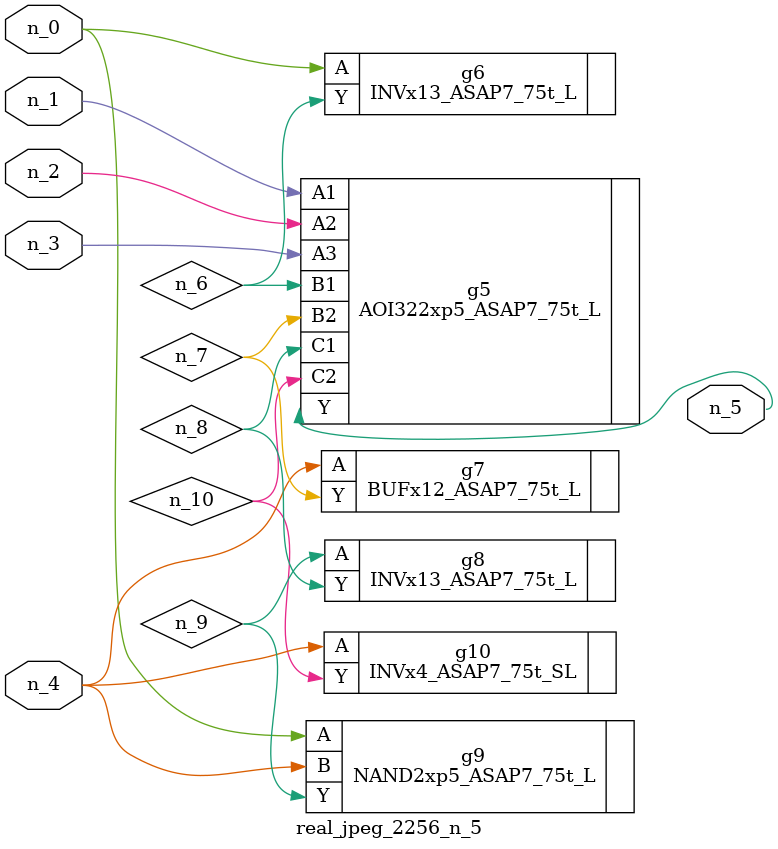
<source format=v>
module real_jpeg_2256_n_5 (n_4, n_0, n_1, n_2, n_3, n_5);

input n_4;
input n_0;
input n_1;
input n_2;
input n_3;

output n_5;

wire n_8;
wire n_6;
wire n_7;
wire n_10;
wire n_9;

INVx13_ASAP7_75t_L g6 ( 
.A(n_0),
.Y(n_6)
);

NAND2xp5_ASAP7_75t_L g9 ( 
.A(n_0),
.B(n_4),
.Y(n_9)
);

AOI322xp5_ASAP7_75t_L g5 ( 
.A1(n_1),
.A2(n_2),
.A3(n_3),
.B1(n_6),
.B2(n_7),
.C1(n_8),
.C2(n_10),
.Y(n_5)
);

BUFx12_ASAP7_75t_L g7 ( 
.A(n_4),
.Y(n_7)
);

INVx4_ASAP7_75t_SL g10 ( 
.A(n_4),
.Y(n_10)
);

INVx13_ASAP7_75t_L g8 ( 
.A(n_9),
.Y(n_8)
);


endmodule
</source>
